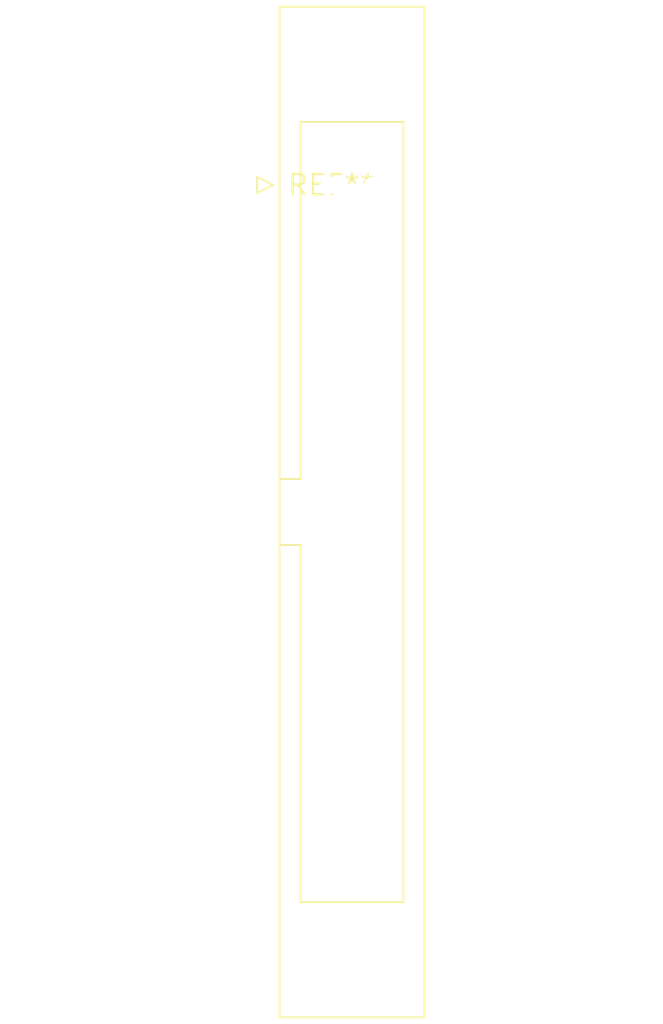
<source format=kicad_pcb>
(kicad_pcb (version 20240108) (generator pcbnew)
  (layers (0 "F.Cu" signal) (31 "B.Cu" signal) (34 "B.Paste" user) (35 "F.Paste" user) (36 "B.SilkS" user "B.Silkscreen") (37 "F.SilkS" user "F.Silkscreen") (38 "B.Mask" user) (39 "F.Mask" user) (44 "Edge.Cuts" user))
  (net 0 "")
  (footprint "IDC-Header_2x17_P2.54mm_Latch_Vertical" (layer "F.Cu") (at 0 0)
    (property "Reference" "REF**")
    (property "Value" "IDC-Header_2x17_P2.54mm_Latch_Vertical")
    (fp_line (start -4.63 -0.5) (end -4.63 0.5) (layer "F.SilkS") (stroke (width 0.12)))
    (fp_line (start -4.63 0.5) (end -3.63 0) (layer "F.SilkS") (stroke (width 0.12)))
    (fp_line (start -3.63 0) (end -4.63 -0.5) (layer "F.SilkS") (stroke (width 0.12)))
    (fp_line (start -3.24 -11.08) (end 5.78 -11.08) (layer "F.SilkS") (stroke (width 0.12)))
    (fp_line (start -3.24 18.27) (end -1.93 18.27) (layer "F.SilkS") (stroke (width 0.12)))
    (fp_line (start -3.24 51.72) (end -3.24 -11.08) (layer "F.SilkS") (stroke (width 0.12)))
    (fp_line (start -1.93 -3.92) (end 4.47 -3.92) (layer "F.SilkS") (stroke (width 0.12)))
    (fp_line (start -1.93 18.27) (end -1.93 -3.92) (layer "F.SilkS") (stroke (width 0.12)))
    (fp_line (start -1.93 22.37) (end -3.24 22.37) (layer "F.SilkS") (stroke (width 0.12)))
    (fp_line (start -1.93 22.37) (end -1.93 22.37) (layer "F.SilkS") (stroke (width 0.12)))
    (fp_line (start -1.93 44.56) (end -1.93 22.37) (layer "F.SilkS") (stroke (width 0.12)))
    (fp_line (start 4.47 -3.92) (end 4.47 44.56) (layer "F.SilkS") (stroke (width 0.12)))
    (fp_line (start 4.47 44.56) (end -1.93 44.56) (layer "F.SilkS") (stroke (width 0.12)))
    (fp_line (start 5.78 -11.08) (end 5.78 51.72) (layer "F.SilkS") (stroke (width 0.12)))
    (fp_line (start 5.78 51.72) (end -3.24 51.72) (layer "F.SilkS") (stroke (width 0.12)))
    (pad "1" thru_hole roundrect (at 0 0) (size 1.7 1.7) (drill 1) (layers *.Cu *.Mask) (remove_unused_layers) (roundrect_rratio 0.147059))
    (pad "2" thru_hole circle (at 2.54 0) (size 1.7 1.7) (drill 1) (layers *.Cu *.Mask) (remove_unused_layers))
    (pad "3" thru_hole circle (at 0 2.54) (size 1.7 1.7) (drill 1) (layers *.Cu *.Mask) (remove_unused_layers))
    (pad "4" thru_hole circle (at 2.54 2.54) (size 1.7 1.7) (drill 1) (layers *.Cu *.Mask) (remove_unused_layers))
    (pad "5" thru_hole circle (at 0 5.08) (size 1.7 1.7) (drill 1) (layers *.Cu *.Mask) (remove_unused_layers))
    (pad "6" thru_hole circle (at 2.54 5.08) (size 1.7 1.7) (drill 1) (layers *.Cu *.Mask) (remove_unused_layers))
    (pad "7" thru_hole circle (at 0 7.62) (size 1.7 1.7) (drill 1) (layers *.Cu *.Mask) (remove_unused_layers))
    (pad "8" thru_hole circle (at 2.54 7.62) (size 1.7 1.7) (drill 1) (layers *.Cu *.Mask) (remove_unused_layers))
    (pad "9" thru_hole circle (at 0 10.16) (size 1.7 1.7) (drill 1) (layers *.Cu *.Mask) (remove_unused_layers))
    (pad "10" thru_hole circle (at 2.54 10.16) (size 1.7 1.7) (drill 1) (layers *.Cu *.Mask) (remove_unused_layers))
    (pad "11" thru_hole circle (at 0 12.7) (size 1.7 1.7) (drill 1) (layers *.Cu *.Mask) (remove_unused_layers))
    (pad "12" thru_hole circle (at 2.54 12.7) (size 1.7 1.7) (drill 1) (layers *.Cu *.Mask) (remove_unused_layers))
    (pad "13" thru_hole circle (at 0 15.24) (size 1.7 1.7) (drill 1) (layers *.Cu *.Mask) (remove_unused_layers))
    (pad "14" thru_hole circle (at 2.54 15.24) (size 1.7 1.7) (drill 1) (layers *.Cu *.Mask) (remove_unused_layers))
    (pad "15" thru_hole circle (at 0 17.78) (size 1.7 1.7) (drill 1) (layers *.Cu *.Mask) (remove_unused_layers))
    (pad "16" thru_hole circle (at 2.54 17.78) (size 1.7 1.7) (drill 1) (layers *.Cu *.Mask) (remove_unused_layers))
    (pad "17" thru_hole circle (at 0 20.32) (size 1.7 1.7) (drill 1) (layers *.Cu *.Mask) (remove_unused_layers))
    (pad "18" thru_hole circle (at 2.54 20.32) (size 1.7 1.7) (drill 1) (layers *.Cu *.Mask) (remove_unused_layers))
    (pad "19" thru_hole circle (at 0 22.86) (size 1.7 1.7) (drill 1) (layers *.Cu *.Mask) (remove_unused_layers))
    (pad "20" thru_hole circle (at 2.54 22.86) (size 1.7 1.7) (drill 1) (layers *.Cu *.Mask) (remove_unused_layers))
    (pad "21" thru_hole circle (at 0 25.4) (size 1.7 1.7) (drill 1) (layers *.Cu *.Mask) (remove_unused_layers))
    (pad "22" thru_hole circle (at 2.54 25.4) (size 1.7 1.7) (drill 1) (layers *.Cu *.Mask) (remove_unused_layers))
    (pad "23" thru_hole circle (at 0 27.94) (size 1.7 1.7) (drill 1) (layers *.Cu *.Mask) (remove_unused_layers))
    (pad "24" thru_hole circle (at 2.54 27.94) (size 1.7 1.7) (drill 1) (layers *.Cu *.Mask) (remove_unused_layers))
    (pad "25" thru_hole circle (at 0 30.48) (size 1.7 1.7) (drill 1) (layers *.Cu *.Mask) (remove_unused_layers))
    (pad "26" thru_hole circle (at 2.54 30.48) (size 1.7 1.7) (drill 1) (layers *.Cu *.Mask) (remove_unused_layers))
    (pad "27" thru_hole circle (at 0 33.02) (size 1.7 1.7) (drill 1) (layers *.Cu *.Mask) (remove_unused_layers))
    (pad "28" thru_hole circle (at 2.54 33.02) (size 1.7 1.7) (drill 1) (layers *.Cu *.Mask) (remove_unused_layers))
    (pad "29" thru_hole circle (at 0 35.56) (size 1.7 1.7) (drill 1) (layers *.Cu *.Mask) (remove_unused_layers))
    (pad "30" thru_hole circle (at 2.54 35.56) (size 1.7 1.7) (drill 1) (layers *.Cu *.Mask) (remove_unused_layers))
    (pad "31" thru_hole circle (at 0 38.1) (size 1.7 1.7) (drill 1) (layers *.Cu *.Mask) (remove_unused_layers))
    (pad "32" thru_hole circle (at 2.54 38.1) (size 1.7 1.7) (drill 1) (layers *.Cu *.Mask) (remove_unused_layers))
    (pad "33" thru_hole circle (at 0 40.64) (size 1.7 1.7) (drill 1) (layers *.Cu *.Mask) (remove_unused_layers))
    (pad "34" thru_hole circle (at 2.54 40.64) (size 1.7 1.7) (drill 1) (layers *.Cu *.Mask) (remove_unused_layers))
  )
)
</source>
